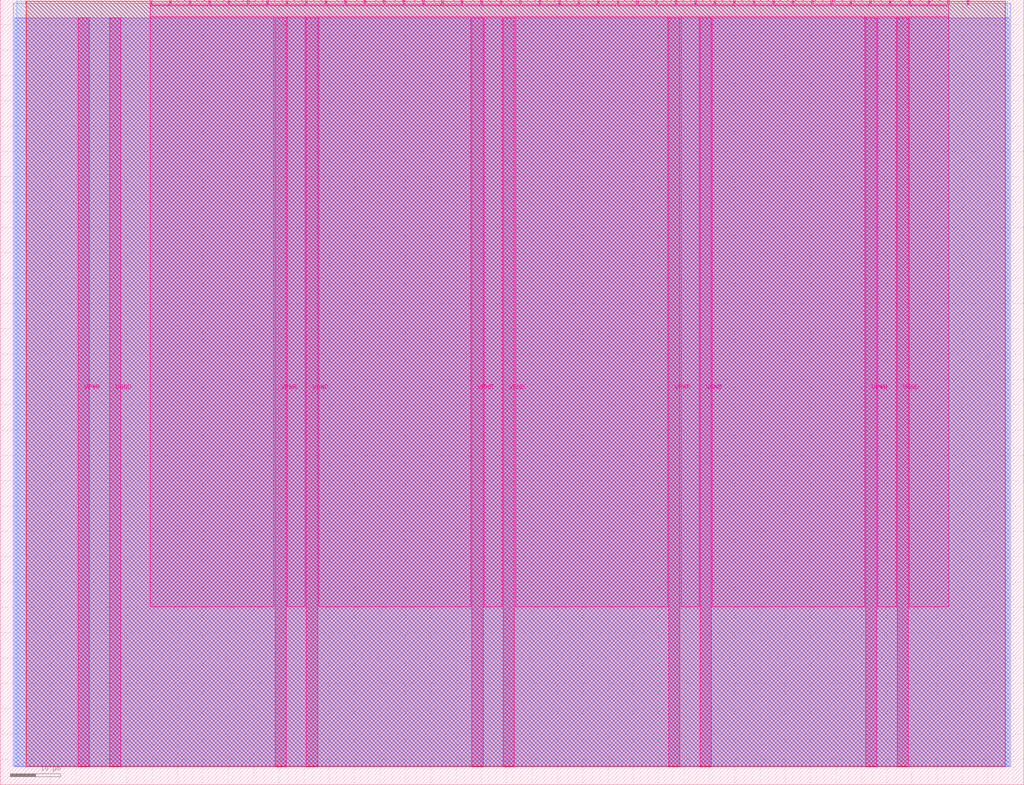
<source format=lef>
VERSION 5.7 ;
  NOWIREEXTENSIONATPIN ON ;
  DIVIDERCHAR "/" ;
  BUSBITCHARS "[]" ;
MACRO tt_um_log_afpm
  CLASS BLOCK ;
  FOREIGN tt_um_log_afpm ;
  ORIGIN 0.000 0.000 ;
  SIZE 202.080 BY 154.980 ;
  PIN VGND
    DIRECTION INOUT ;
    USE GROUND ;
    PORT
      LAYER Metal5 ;
        RECT 21.580 3.560 23.780 151.420 ;
    END
    PORT
      LAYER Metal5 ;
        RECT 60.450 3.560 62.650 151.420 ;
    END
    PORT
      LAYER Metal5 ;
        RECT 99.320 3.560 101.520 151.420 ;
    END
    PORT
      LAYER Metal5 ;
        RECT 138.190 3.560 140.390 151.420 ;
    END
    PORT
      LAYER Metal5 ;
        RECT 177.060 3.560 179.260 151.420 ;
    END
  END VGND
  PIN VPWR
    DIRECTION INOUT ;
    USE POWER ;
    PORT
      LAYER Metal5 ;
        RECT 15.380 3.560 17.580 151.420 ;
    END
    PORT
      LAYER Metal5 ;
        RECT 54.250 3.560 56.450 151.420 ;
    END
    PORT
      LAYER Metal5 ;
        RECT 93.120 3.560 95.320 151.420 ;
    END
    PORT
      LAYER Metal5 ;
        RECT 131.990 3.560 134.190 151.420 ;
    END
    PORT
      LAYER Metal5 ;
        RECT 170.860 3.560 173.060 151.420 ;
    END
  END VPWR
  PIN clk
    DIRECTION INPUT ;
    USE SIGNAL ;
    ANTENNAGATEAREA 0.213200 ;
    PORT
      LAYER Metal5 ;
        RECT 187.050 153.980 187.350 154.980 ;
    END
  END clk
  PIN ena
    DIRECTION INPUT ;
    USE SIGNAL ;
    PORT
      LAYER Metal5 ;
        RECT 190.890 153.980 191.190 154.980 ;
    END
  END ena
  PIN rst_n
    DIRECTION INPUT ;
    USE SIGNAL ;
    ANTENNAGATEAREA 0.180700 ;
    PORT
      LAYER Metal5 ;
        RECT 183.210 153.980 183.510 154.980 ;
    END
  END rst_n
  PIN ui_in[0]
    DIRECTION INPUT ;
    USE SIGNAL ;
    ANTENNAGATEAREA 0.180700 ;
    PORT
      LAYER Metal5 ;
        RECT 179.370 153.980 179.670 154.980 ;
    END
  END ui_in[0]
  PIN ui_in[1]
    DIRECTION INPUT ;
    USE SIGNAL ;
    ANTENNAGATEAREA 0.180700 ;
    PORT
      LAYER Metal5 ;
        RECT 175.530 153.980 175.830 154.980 ;
    END
  END ui_in[1]
  PIN ui_in[2]
    DIRECTION INPUT ;
    USE SIGNAL ;
    ANTENNAGATEAREA 0.180700 ;
    PORT
      LAYER Metal5 ;
        RECT 171.690 153.980 171.990 154.980 ;
    END
  END ui_in[2]
  PIN ui_in[3]
    DIRECTION INPUT ;
    USE SIGNAL ;
    ANTENNAGATEAREA 0.180700 ;
    PORT
      LAYER Metal5 ;
        RECT 167.850 153.980 168.150 154.980 ;
    END
  END ui_in[3]
  PIN ui_in[4]
    DIRECTION INPUT ;
    USE SIGNAL ;
    ANTENNAGATEAREA 0.180700 ;
    PORT
      LAYER Metal5 ;
        RECT 164.010 153.980 164.310 154.980 ;
    END
  END ui_in[4]
  PIN ui_in[5]
    DIRECTION INPUT ;
    USE SIGNAL ;
    ANTENNAGATEAREA 0.180700 ;
    PORT
      LAYER Metal5 ;
        RECT 160.170 153.980 160.470 154.980 ;
    END
  END ui_in[5]
  PIN ui_in[6]
    DIRECTION INPUT ;
    USE SIGNAL ;
    ANTENNAGATEAREA 0.180700 ;
    PORT
      LAYER Metal5 ;
        RECT 156.330 153.980 156.630 154.980 ;
    END
  END ui_in[6]
  PIN ui_in[7]
    DIRECTION INPUT ;
    USE SIGNAL ;
    ANTENNAGATEAREA 0.180700 ;
    PORT
      LAYER Metal5 ;
        RECT 152.490 153.980 152.790 154.980 ;
    END
  END ui_in[7]
  PIN uio_in[0]
    DIRECTION INPUT ;
    USE SIGNAL ;
    ANTENNAGATEAREA 0.180700 ;
    PORT
      LAYER Metal5 ;
        RECT 148.650 153.980 148.950 154.980 ;
    END
  END uio_in[0]
  PIN uio_in[1]
    DIRECTION INPUT ;
    USE SIGNAL ;
    ANTENNAGATEAREA 0.180700 ;
    PORT
      LAYER Metal5 ;
        RECT 144.810 153.980 145.110 154.980 ;
    END
  END uio_in[1]
  PIN uio_in[2]
    DIRECTION INPUT ;
    USE SIGNAL ;
    ANTENNAGATEAREA 0.180700 ;
    PORT
      LAYER Metal5 ;
        RECT 140.970 153.980 141.270 154.980 ;
    END
  END uio_in[2]
  PIN uio_in[3]
    DIRECTION INPUT ;
    USE SIGNAL ;
    ANTENNAGATEAREA 0.180700 ;
    PORT
      LAYER Metal5 ;
        RECT 137.130 153.980 137.430 154.980 ;
    END
  END uio_in[3]
  PIN uio_in[4]
    DIRECTION INPUT ;
    USE SIGNAL ;
    ANTENNAGATEAREA 0.180700 ;
    PORT
      LAYER Metal5 ;
        RECT 133.290 153.980 133.590 154.980 ;
    END
  END uio_in[4]
  PIN uio_in[5]
    DIRECTION INPUT ;
    USE SIGNAL ;
    ANTENNAGATEAREA 0.180700 ;
    PORT
      LAYER Metal5 ;
        RECT 129.450 153.980 129.750 154.980 ;
    END
  END uio_in[5]
  PIN uio_in[6]
    DIRECTION INPUT ;
    USE SIGNAL ;
    ANTENNAGATEAREA 0.180700 ;
    PORT
      LAYER Metal5 ;
        RECT 125.610 153.980 125.910 154.980 ;
    END
  END uio_in[6]
  PIN uio_in[7]
    DIRECTION INPUT ;
    USE SIGNAL ;
    ANTENNAGATEAREA 0.180700 ;
    PORT
      LAYER Metal5 ;
        RECT 121.770 153.980 122.070 154.980 ;
    END
  END uio_in[7]
  PIN uio_oe[0]
    DIRECTION OUTPUT ;
    USE SIGNAL ;
    ANTENNADIFFAREA 0.299200 ;
    PORT
      LAYER Metal5 ;
        RECT 56.490 153.980 56.790 154.980 ;
    END
  END uio_oe[0]
  PIN uio_oe[1]
    DIRECTION OUTPUT ;
    USE SIGNAL ;
    ANTENNADIFFAREA 0.299200 ;
    PORT
      LAYER Metal5 ;
        RECT 52.650 153.980 52.950 154.980 ;
    END
  END uio_oe[1]
  PIN uio_oe[2]
    DIRECTION OUTPUT ;
    USE SIGNAL ;
    ANTENNADIFFAREA 0.299200 ;
    PORT
      LAYER Metal5 ;
        RECT 48.810 153.980 49.110 154.980 ;
    END
  END uio_oe[2]
  PIN uio_oe[3]
    DIRECTION OUTPUT ;
    USE SIGNAL ;
    ANTENNADIFFAREA 0.299200 ;
    PORT
      LAYER Metal5 ;
        RECT 44.970 153.980 45.270 154.980 ;
    END
  END uio_oe[3]
  PIN uio_oe[4]
    DIRECTION OUTPUT ;
    USE SIGNAL ;
    ANTENNADIFFAREA 0.299200 ;
    PORT
      LAYER Metal5 ;
        RECT 41.130 153.980 41.430 154.980 ;
    END
  END uio_oe[4]
  PIN uio_oe[5]
    DIRECTION OUTPUT ;
    USE SIGNAL ;
    ANTENNADIFFAREA 0.299200 ;
    PORT
      LAYER Metal5 ;
        RECT 37.290 153.980 37.590 154.980 ;
    END
  END uio_oe[5]
  PIN uio_oe[6]
    DIRECTION OUTPUT ;
    USE SIGNAL ;
    ANTENNADIFFAREA 0.299200 ;
    PORT
      LAYER Metal5 ;
        RECT 33.450 153.980 33.750 154.980 ;
    END
  END uio_oe[6]
  PIN uio_oe[7]
    DIRECTION OUTPUT ;
    USE SIGNAL ;
    ANTENNADIFFAREA 0.299200 ;
    PORT
      LAYER Metal5 ;
        RECT 29.610 153.980 29.910 154.980 ;
    END
  END uio_oe[7]
  PIN uio_out[0]
    DIRECTION OUTPUT ;
    USE SIGNAL ;
    ANTENNADIFFAREA 0.299200 ;
    PORT
      LAYER Metal5 ;
        RECT 87.210 153.980 87.510 154.980 ;
    END
  END uio_out[0]
  PIN uio_out[1]
    DIRECTION OUTPUT ;
    USE SIGNAL ;
    ANTENNADIFFAREA 0.299200 ;
    PORT
      LAYER Metal5 ;
        RECT 83.370 153.980 83.670 154.980 ;
    END
  END uio_out[1]
  PIN uio_out[2]
    DIRECTION OUTPUT ;
    USE SIGNAL ;
    ANTENNADIFFAREA 0.299200 ;
    PORT
      LAYER Metal5 ;
        RECT 79.530 153.980 79.830 154.980 ;
    END
  END uio_out[2]
  PIN uio_out[3]
    DIRECTION OUTPUT ;
    USE SIGNAL ;
    ANTENNADIFFAREA 0.299200 ;
    PORT
      LAYER Metal5 ;
        RECT 75.690 153.980 75.990 154.980 ;
    END
  END uio_out[3]
  PIN uio_out[4]
    DIRECTION OUTPUT ;
    USE SIGNAL ;
    ANTENNADIFFAREA 0.299200 ;
    PORT
      LAYER Metal5 ;
        RECT 71.850 153.980 72.150 154.980 ;
    END
  END uio_out[4]
  PIN uio_out[5]
    DIRECTION OUTPUT ;
    USE SIGNAL ;
    ANTENNADIFFAREA 0.299200 ;
    PORT
      LAYER Metal5 ;
        RECT 68.010 153.980 68.310 154.980 ;
    END
  END uio_out[5]
  PIN uio_out[6]
    DIRECTION OUTPUT ;
    USE SIGNAL ;
    ANTENNADIFFAREA 0.299200 ;
    PORT
      LAYER Metal5 ;
        RECT 64.170 153.980 64.470 154.980 ;
    END
  END uio_out[6]
  PIN uio_out[7]
    DIRECTION OUTPUT ;
    USE SIGNAL ;
    ANTENNADIFFAREA 0.299200 ;
    PORT
      LAYER Metal5 ;
        RECT 60.330 153.980 60.630 154.980 ;
    END
  END uio_out[7]
  PIN uo_out[0]
    DIRECTION OUTPUT ;
    USE SIGNAL ;
    ANTENNAGATEAREA 0.109200 ;
    ANTENNADIFFAREA 0.632400 ;
    PORT
      LAYER Metal5 ;
        RECT 117.930 153.980 118.230 154.980 ;
    END
  END uo_out[0]
  PIN uo_out[1]
    DIRECTION OUTPUT ;
    USE SIGNAL ;
    ANTENNAGATEAREA 0.109200 ;
    ANTENNADIFFAREA 0.632400 ;
    PORT
      LAYER Metal5 ;
        RECT 114.090 153.980 114.390 154.980 ;
    END
  END uo_out[1]
  PIN uo_out[2]
    DIRECTION OUTPUT ;
    USE SIGNAL ;
    ANTENNAGATEAREA 0.109200 ;
    ANTENNADIFFAREA 0.632400 ;
    PORT
      LAYER Metal5 ;
        RECT 110.250 153.980 110.550 154.980 ;
    END
  END uo_out[2]
  PIN uo_out[3]
    DIRECTION OUTPUT ;
    USE SIGNAL ;
    ANTENNAGATEAREA 0.109200 ;
    ANTENNADIFFAREA 0.632400 ;
    PORT
      LAYER Metal5 ;
        RECT 106.410 153.980 106.710 154.980 ;
    END
  END uo_out[3]
  PIN uo_out[4]
    DIRECTION OUTPUT ;
    USE SIGNAL ;
    ANTENNAGATEAREA 0.109200 ;
    ANTENNADIFFAREA 0.632400 ;
    PORT
      LAYER Metal5 ;
        RECT 102.570 153.980 102.870 154.980 ;
    END
  END uo_out[4]
  PIN uo_out[5]
    DIRECTION OUTPUT ;
    USE SIGNAL ;
    ANTENNAGATEAREA 0.109200 ;
    ANTENNADIFFAREA 0.632400 ;
    PORT
      LAYER Metal5 ;
        RECT 98.730 153.980 99.030 154.980 ;
    END
  END uo_out[5]
  PIN uo_out[6]
    DIRECTION OUTPUT ;
    USE SIGNAL ;
    ANTENNAGATEAREA 0.109200 ;
    ANTENNADIFFAREA 0.632400 ;
    PORT
      LAYER Metal5 ;
        RECT 94.890 153.980 95.190 154.980 ;
    END
  END uo_out[6]
  PIN uo_out[7]
    DIRECTION OUTPUT ;
    USE SIGNAL ;
    ANTENNAGATEAREA 0.109200 ;
    ANTENNADIFFAREA 0.632400 ;
    PORT
      LAYER Metal5 ;
        RECT 91.050 153.980 91.350 154.980 ;
    END
  END uo_out[7]
  OBS
      LAYER GatPoly ;
        RECT 2.880 3.630 199.200 151.350 ;
      LAYER Metal1 ;
        RECT 2.880 3.560 199.200 151.420 ;
      LAYER Metal2 ;
        RECT 2.605 3.680 199.475 154.240 ;
      LAYER Metal3 ;
        RECT 3.260 3.635 198.820 154.705 ;
      LAYER Metal4 ;
        RECT 5.135 3.680 198.385 154.660 ;
      LAYER Metal5 ;
        RECT 30.120 153.770 33.240 153.980 ;
        RECT 33.960 153.770 37.080 153.980 ;
        RECT 37.800 153.770 40.920 153.980 ;
        RECT 41.640 153.770 44.760 153.980 ;
        RECT 45.480 153.770 48.600 153.980 ;
        RECT 49.320 153.770 52.440 153.980 ;
        RECT 53.160 153.770 56.280 153.980 ;
        RECT 57.000 153.770 60.120 153.980 ;
        RECT 60.840 153.770 63.960 153.980 ;
        RECT 64.680 153.770 67.800 153.980 ;
        RECT 68.520 153.770 71.640 153.980 ;
        RECT 72.360 153.770 75.480 153.980 ;
        RECT 76.200 153.770 79.320 153.980 ;
        RECT 80.040 153.770 83.160 153.980 ;
        RECT 83.880 153.770 87.000 153.980 ;
        RECT 87.720 153.770 90.840 153.980 ;
        RECT 91.560 153.770 94.680 153.980 ;
        RECT 95.400 153.770 98.520 153.980 ;
        RECT 99.240 153.770 102.360 153.980 ;
        RECT 103.080 153.770 106.200 153.980 ;
        RECT 106.920 153.770 110.040 153.980 ;
        RECT 110.760 153.770 113.880 153.980 ;
        RECT 114.600 153.770 117.720 153.980 ;
        RECT 118.440 153.770 121.560 153.980 ;
        RECT 122.280 153.770 125.400 153.980 ;
        RECT 126.120 153.770 129.240 153.980 ;
        RECT 129.960 153.770 133.080 153.980 ;
        RECT 133.800 153.770 136.920 153.980 ;
        RECT 137.640 153.770 140.760 153.980 ;
        RECT 141.480 153.770 144.600 153.980 ;
        RECT 145.320 153.770 148.440 153.980 ;
        RECT 149.160 153.770 152.280 153.980 ;
        RECT 153.000 153.770 156.120 153.980 ;
        RECT 156.840 153.770 159.960 153.980 ;
        RECT 160.680 153.770 163.800 153.980 ;
        RECT 164.520 153.770 167.640 153.980 ;
        RECT 168.360 153.770 171.480 153.980 ;
        RECT 172.200 153.770 175.320 153.980 ;
        RECT 176.040 153.770 179.160 153.980 ;
        RECT 179.880 153.770 183.000 153.980 ;
        RECT 183.720 153.770 186.840 153.980 ;
        RECT 29.660 151.630 187.300 153.770 ;
        RECT 29.660 35.135 54.040 151.630 ;
        RECT 56.660 35.135 60.240 151.630 ;
        RECT 62.860 35.135 92.910 151.630 ;
        RECT 95.530 35.135 99.110 151.630 ;
        RECT 101.730 35.135 131.780 151.630 ;
        RECT 134.400 35.135 137.980 151.630 ;
        RECT 140.600 35.135 170.650 151.630 ;
        RECT 173.270 35.135 176.850 151.630 ;
        RECT 179.470 35.135 187.300 151.630 ;
  END
END tt_um_log_afpm
END LIBRARY


</source>
